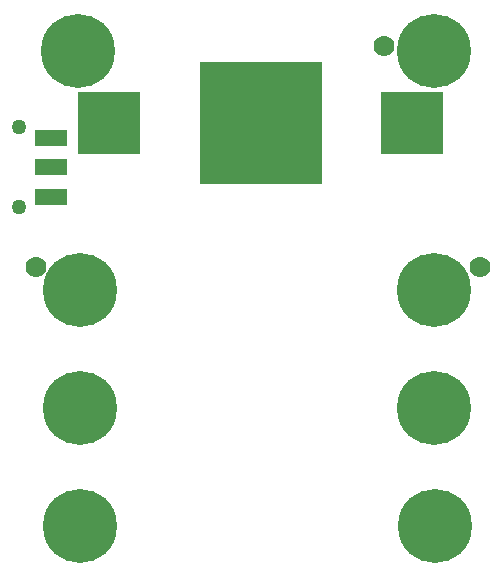
<source format=gbr>
%FSLAX23Y23*%
%MOIN*%
G04 EasyPC Gerber Version 17.0 Build 3379 *
%ADD118R,0.10900X0.05700*%
%ADD13R,0.20685X0.20685*%
%ADD12R,0.21000X0.21000*%
%ADD116C,0.05000*%
%ADD88C,0.07000*%
%ADD10C,0.24622*%
%ADD11R,0.41000X0.41000*%
X0Y0D02*
D02*
D10*
X623Y1849D03*
X629Y658D03*
Y1052D03*
X631Y263D03*
X1809Y1849D03*
X1810Y658D03*
Y1052D03*
X1812Y263D03*
D02*
D11*
X1232Y1609D03*
D02*
D12*
X727D03*
D02*
D13*
X1737D03*
D02*
D88*
X484Y1128D03*
X1643Y1864D03*
X1963Y1127D03*
D02*
D116*
X428Y1327D03*
Y1594D03*
D02*
D118*
X534Y1362D03*
Y1461D03*
Y1559D03*
X0Y0D02*
M02*

</source>
